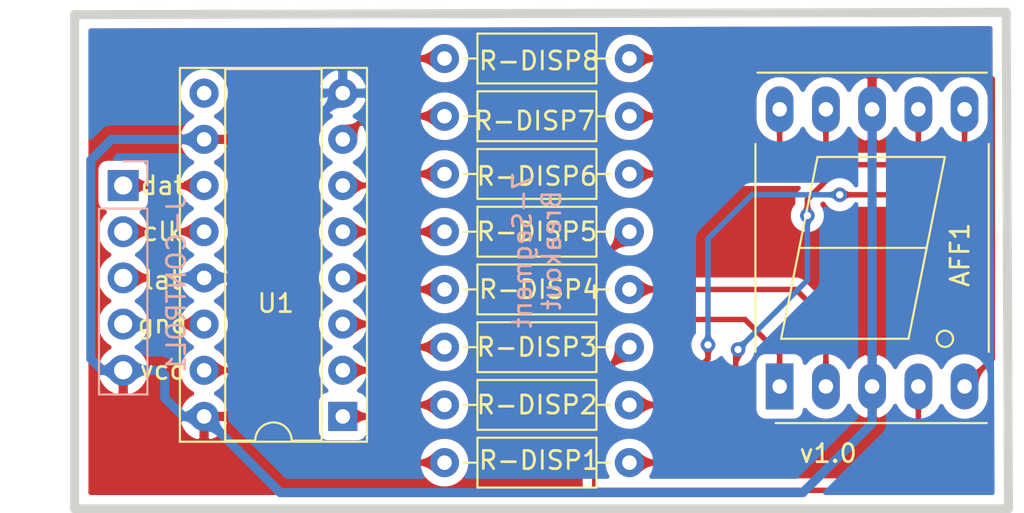
<source format=kicad_pcb>
(kicad_pcb (version 20171130) (host pcbnew 5.1.10)
  (title_block (title "Display 7 Segment") (date 2022-02-25) (rev 1.0) (company Achmaday) (comment 1 "by Achmadi"))
  (layers (0 F.Cu signal) (31 B.Cu signal) (34 B.Paste user) (35 F.Paste user) (36 B.SilkS user) (37 F.SilkS user) (38 B.Mask user) (39 F.Mask user) (44 Edge.Cuts user))
  (net 0 "")
  (net 1 /DATA)
  (net 2 /CLOCK)
  (net 3 /LATCH)
  (net 4 GND)
  (net 5 VCC)
  (net 6 /sgA)
  (net 7 /sgB)
  (net 8 /sgC)
  (net 9 /sgD)
  (net 10 /sgE)
  (net 11 /sgF)
  (net 12 /sgG)
  (net 13 /sgH)
  (net 14 "Net-(U1-Pad9)")
  (net 15 "Net-(AFF1-Pad10)")
  (net 16 "Net-(AFF1-Pad9)")
  (net 17 "Net-(AFF1-Pad7)")
  (net 18 "Net-(AFF1-Pad6)")
  (net 19 "Net-(AFF1-Pad5)")
  (net 20 "Net-(AFF1-Pad4)")
  (net 21 "Net-(AFF1-Pad2)")
  (net 22 "Net-(AFF1-Pad1)")
  (module Connector_PinHeader_2.54mm:PinHeader_1x05_P2.54mm_Vertical (layer B.Cu) (at 75.819 39.624 180)
    (fp_text reference J-CONTROL1 (at -2.921 -5.461 90) (layer B.SilkS) (effects (justify mirror)))
    (fp_text value Conn_01x05_Male)
    (pad 1 thru_hole rect (at 0 0 180) (size 1.7 1.7) (drill 1) (layers *.Cu *.Mask) (net 1 /DATA))
    (pad 2 thru_hole oval (at 0 -2.54 180) (size 1.7 1.7) (drill 1) (layers *.Cu *.Mask) (net 2 /CLOCK))
    (pad 3 thru_hole oval (at 0 -5.08 180) (size 1.7 1.7) (drill 1) (layers *.Cu *.Mask) (net 3 /LATCH))
    (pad 4 thru_hole oval (at 0 -7.62 180) (size 1.7 1.7) (drill 1) (layers *.Cu *.Mask) (net 4 GND))
    (pad 5 thru_hole oval (at 0 -10.16 180) (size 1.7 1.7) (drill 1) (layers *.Cu *.Mask) (net 5 VCC))
  )
  (module Resistor_THT:R_Axial_DIN0207_L6.3mm_D2.5mm_P10.16mm_Horizontal (layer F.Cu) (at 103.632 54.864 180)
    (fp_text reference R-DISP1 (at 4.953 0.127) (layer F.SilkS))
    (fp_text value 220)
    (pad 1 thru_hole circle (at 0 0 180) (size 1.6 1.6) (drill 0.8) (layers *.Cu *.Mask) (net 17 "Net-(AFF1-Pad7)"))
    (pad 2 thru_hole oval (at 10.16 0 180) (size 1.6 1.6) (drill 0.8) (layers *.Cu *.Mask) (net 6 /sgA))
  )
  (module Resistor_THT:R_Axial_DIN0207_L6.3mm_D2.5mm_P10.16mm_Horizontal (layer F.Cu) (at 103.632 51.689 180)
    (fp_text reference R-DISP2 (at 5.08 0) (layer F.SilkS))
    (fp_text value 220)
    (pad 2 thru_hole oval (at 10.16 0 180) (size 1.6 1.6) (drill 0.8) (layers *.Cu *.Mask) (net 7 /sgB))
    (pad 1 thru_hole circle (at 0 0 180) (size 1.6 1.6) (drill 0.8) (layers *.Cu *.Mask) (net 18 "Net-(AFF1-Pad6)"))
  )
  (module Resistor_THT:R_Axial_DIN0207_L6.3mm_D2.5mm_P10.16mm_Horizontal (layer F.Cu) (at 103.632 48.514 180)
    (fp_text reference R-DISP3 (at 5.08 0) (layer F.SilkS))
    (fp_text value 220)
    (pad 1 thru_hole circle (at 0 0 180) (size 1.6 1.6) (drill 0.8) (layers *.Cu *.Mask) (net 20 "Net-(AFF1-Pad4)"))
    (pad 2 thru_hole oval (at 10.16 0 180) (size 1.6 1.6) (drill 0.8) (layers *.Cu *.Mask) (net 8 /sgC))
  )
  (module Resistor_THT:R_Axial_DIN0207_L6.3mm_D2.5mm_P10.16mm_Horizontal (layer F.Cu) (at 103.632 45.339 180)
    (fp_text reference R-DISP4 (at 4.953 0) (layer F.SilkS))
    (fp_text value 220)
    (pad 2 thru_hole oval (at 10.16 0 180) (size 1.6 1.6) (drill 0.8) (layers *.Cu *.Mask) (net 9 /sgD))
    (pad 1 thru_hole circle (at 0 0 180) (size 1.6 1.6) (drill 0.8) (layers *.Cu *.Mask) (net 21 "Net-(AFF1-Pad2)"))
  )
  (module Resistor_THT:R_Axial_DIN0207_L6.3mm_D2.5mm_P10.16mm_Horizontal (layer F.Cu) (at 103.632 42.164 180)
    (fp_text reference R-DISP5 (at 5.08 0) (layer F.SilkS))
    (fp_text value 220)
    (pad 1 thru_hole circle (at 0 0 180) (size 1.6 1.6) (drill 0.8) (layers *.Cu *.Mask) (net 22 "Net-(AFF1-Pad1)"))
    (pad 2 thru_hole oval (at 10.16 0 180) (size 1.6 1.6) (drill 0.8) (layers *.Cu *.Mask) (net 10 /sgE))
  )
  (module Resistor_THT:R_Axial_DIN0207_L6.3mm_D2.5mm_P10.16mm_Horizontal (layer F.Cu) (at 103.632 38.989 180)
    (fp_text reference R-DISP6 (at 5.08 -0.127) (layer F.SilkS))
    (fp_text value 220)
    (pad 2 thru_hole oval (at 10.16 0 180) (size 1.6 1.6) (drill 0.8) (layers *.Cu *.Mask) (net 11 /sgF))
    (pad 1 thru_hole circle (at 0 0 180) (size 1.6 1.6) (drill 0.8) (layers *.Cu *.Mask) (net 16 "Net-(AFF1-Pad9)"))
  )
  (module Resistor_THT:R_Axial_DIN0207_L6.3mm_D2.5mm_P10.16mm_Horizontal (layer F.Cu) (at 103.632 35.814 180)
    (fp_text reference R-DISP7 (at 5.207 -0.254) (layer F.SilkS))
    (fp_text value 220)
    (pad 1 thru_hole circle (at 0 0 180) (size 1.6 1.6) (drill 0.8) (layers *.Cu *.Mask) (net 15 "Net-(AFF1-Pad10)"))
    (pad 2 thru_hole oval (at 10.16 0 180) (size 1.6 1.6) (drill 0.8) (layers *.Cu *.Mask) (net 12 /sgG))
  )
  (module Resistor_THT:R_Axial_DIN0207_L6.3mm_D2.5mm_P10.16mm_Horizontal (layer F.Cu) (at 103.632 32.639 180)
    (fp_text reference R-DISP8 (at 4.953 -0.127) (layer F.SilkS))
    (fp_text value 220)
    (pad 2 thru_hole oval (at 10.16 0 180) (size 1.6 1.6) (drill 0.8) (layers *.Cu *.Mask) (net 13 /sgH))
    (pad 1 thru_hole circle (at 0 0 180) (size 1.6 1.6) (drill 0.8) (layers *.Cu *.Mask) (net 19 "Net-(AFF1-Pad5)"))
  )
  (module Package_DIP:DIP-16_W7.62mm_Socket (layer F.Cu) (at 87.884 52.324 180)
    (fp_text reference U1 (at 3.683 6.223) (layer F.SilkS))
    (fp_text value 74HC595)
    (pad 1 thru_hole rect (at 0 0 180) (size 1.6 1.6) (drill 0.8) (layers *.Cu *.Mask) (net 7 /sgB))
    (pad 9 thru_hole oval (at 7.62 17.78 180) (size 1.6 1.6) (drill 0.8) (layers *.Cu *.Mask) (net 14 "Net-(U1-Pad9)"))
    (pad 2 thru_hole oval (at 0 2.54 180) (size 1.6 1.6) (drill 0.8) (layers *.Cu *.Mask) (net 8 /sgC))
    (pad 10 thru_hole oval (at 7.62 15.24 180) (size 1.6 1.6) (drill 0.8) (layers *.Cu *.Mask) (net 5 VCC))
    (pad 3 thru_hole oval (at 0 5.08 180) (size 1.6 1.6) (drill 0.8) (layers *.Cu *.Mask) (net 9 /sgD))
    (pad 11 thru_hole oval (at 7.62 12.7 180) (size 1.6 1.6) (drill 0.8) (layers *.Cu *.Mask) (net 1 /DATA))
    (pad 4 thru_hole oval (at 0 7.62 180) (size 1.6 1.6) (drill 0.8) (layers *.Cu *.Mask) (net 10 /sgE))
    (pad 12 thru_hole oval (at 7.62 10.16 180) (size 1.6 1.6) (drill 0.8) (layers *.Cu *.Mask) (net 2 /CLOCK))
    (pad 5 thru_hole oval (at 0 10.16 180) (size 1.6 1.6) (drill 0.8) (layers *.Cu *.Mask) (net 11 /sgF))
    (pad 13 thru_hole oval (at 7.62 7.62 180) (size 1.6 1.6) (drill 0.8) (layers *.Cu *.Mask) (net 4 GND))
    (pad 6 thru_hole oval (at 0 12.7 180) (size 1.6 1.6) (drill 0.8) (layers *.Cu *.Mask) (net 12 /sgG))
    (pad 14 thru_hole oval (at 7.62 5.08 180) (size 1.6 1.6) (drill 0.8) (layers *.Cu *.Mask) (net 3 /LATCH))
    (pad 7 thru_hole oval (at 0 15.24 180) (size 1.6 1.6) (drill 0.8) (layers *.Cu *.Mask) (net 13 /sgH))
    (pad 15 thru_hole oval (at 7.62 2.54 180) (size 1.6 1.6) (drill 0.8) (layers *.Cu *.Mask) (net 6 /sgA))
    (pad 8 thru_hole oval (at 0 17.78 180) (size 1.6 1.6) (drill 0.8) (layers *.Cu *.Mask) (net 4 GND))
    (pad 16 thru_hole oval (at 7.62 0 180) (size 1.6 1.6) (drill 0.8) (layers *.Cu *.Mask) (net 5 VCC))
  )
  (module Display_7Segment:7SegmentLED_LTS6760_LTS6780 (layer F.Cu) (at 111.887 50.673 90)
    (fp_text reference AFF1 (at 7.239 9.906 90) (layer F.SilkS))
    (fp_text value LTS-6960HR)
    (pad 10 thru_hole oval (at 15.24 0) (size 1.524 2.524) (drill 0.8) (layers *.Cu *.Mask) (net 15 "Net-(AFF1-Pad10)"))
    (pad 9 thru_hole oval (at 15.24 2.54) (size 1.524 2.524) (drill 0.8) (layers *.Cu *.Mask) (net 16 "Net-(AFF1-Pad9)"))
    (pad 8 thru_hole oval (at 15.24 5.08) (size 1.524 2.524) (drill 0.8) (layers *.Cu *.Mask) (net 5 VCC))
    (pad 7 thru_hole oval (at 15.24 7.62) (size 1.524 2.524) (drill 0.8) (layers *.Cu *.Mask) (net 17 "Net-(AFF1-Pad7)"))
    (pad 6 thru_hole oval (at 15.24 10.16) (size 1.524 2.524) (drill 0.8) (layers *.Cu *.Mask) (net 18 "Net-(AFF1-Pad6)"))
    (pad 5 thru_hole oval (at 0 10.16) (size 1.524 2.524) (drill 0.8) (layers *.Cu *.Mask) (net 19 "Net-(AFF1-Pad5)"))
    (pad 4 thru_hole oval (at 0 7.62) (size 1.524 2.524) (drill 0.8) (layers *.Cu *.Mask) (net 20 "Net-(AFF1-Pad4)"))
    (pad 3 thru_hole oval (at 0 5.08) (size 1.524 2.524) (drill 0.8) (layers *.Cu *.Mask) (net 5 VCC))
    (pad 2 thru_hole oval (at 0 2.54) (size 1.524 2.524) (drill 0.8) (layers *.Cu *.Mask) (net 21 "Net-(AFF1-Pad2)"))
    (pad 1 thru_hole rect (at 0 0) (size 1.524 2.524) (drill 0.8) (layers *.Cu *.Mask) (net 22 "Net-(AFF1-Pad1)"))
  )
  (gr_text dat (at 77.978 39.624) (layer F.SilkS) (effects (font (size 1 1))))
  (gr_text clk (at 77.978 42.164) (layer F.SilkS) (effects (font (size 1 1))))
  (gr_text lat (at 77.978 44.831) (layer F.SilkS) (effects (font (size 1 1))))
  (gr_text gnd (at 77.978 47.244) (layer F.SilkS) (effects (font (size 1 1))))
  (gr_text vcc (at 77.978 49.784) (layer F.SilkS) (effects (font (size 1 1))))
  (gr_text v1.0 (at 114.554 54.356) (layer F.SilkS) (effects (font (size 1 1))))
  (gr_text "7-Segment\nBreakout" (at 98.552 43.18 90) (layer B.SilkS) (effects (font (size 1 1)) (justify mirror)))
  (gr_line (start 73.152 57.404) (end 73.152 30.226) (layer Edge.Cuts) (width 0.5))
  (gr_line (start 124.46 57.404) (end 73.152 57.404) (layer Edge.Cuts) (width 0.5))
  (gr_line (start 124.333 30.099) (end 124.46 57.404) (layer Edge.Cuts) (width 0.5))
  (gr_line (start 73.152 30.226) (end 124.333 30.099) (layer Edge.Cuts) (width 0.5))
  (segment (start 75.819 39.624) (end 80.264 39.624) (width 0.3) (layer F.Cu) (net 1))
  (segment (start 75.819 42.164) (end 80.264 42.164) (width 0.3) (layer F.Cu) (net 2))
  (segment (start 75.819 44.704) (end 77.724 44.704) (width 0.3) (layer F.Cu) (net 3))
  (segment (start 77.724 44.704) (end 78.486 45.466) (width 0.3) (layer F.Cu) (net 3))
  (segment (start 78.486 45.466) (end 78.486 46.99) (width 0.3) (layer F.Cu) (net 3))
  (segment (start 78.74 47.244) (end 80.264 47.244) (width 0.3) (layer F.Cu) (net 3))
  (segment (start 78.486 46.99) (end 78.74 47.244) (width 0.3) (layer F.Cu) (net 3))
  (segment (start 75.819 47.244) (end 77.216 47.244) (width 0.5) (layer B.Cu) (net 4))
  (segment (start 77.216 47.244) (end 78.613 45.847) (width 0.5) (layer B.Cu) (net 4))
  (segment (start 78.613 45.847) (end 78.613 44.958) (width 0.5) (layer B.Cu) (net 4))
  (segment (start 78.867 44.704) (end 80.264 44.704) (width 0.5) (layer B.Cu) (net 4))
  (segment (start 78.613 44.958) (end 78.867 44.704) (width 0.5) (layer B.Cu) (net 4))
  (segment (start 80.264 44.704) (end 83.566 44.704) (width 0.5) (layer B.Cu) (net 4))
  (segment (start 83.566 44.704) (end 85.598 42.672) (width 0.5) (layer B.Cu) (net 4))
  (segment (start 85.598 42.672) (end 85.598 36.83) (width 0.5) (layer B.Cu) (net 4))
  (segment (start 85.598 36.83) (end 87.884 34.544) (width 0.5) (layer B.Cu) (net 4))
  (segment (start 75.819 49.784) (end 77.851 49.784) (width 0.5) (layer B.Cu) (net 5))
  (segment (start 77.851 49.784) (end 78.105 50.038) (width 0.5) (layer B.Cu) (net 5))
  (segment (start 78.105 50.038) (end 78.105 51.308) (width 0.5) (layer B.Cu) (net 5))
  (segment (start 79.121 52.324) (end 80.264 52.324) (width 0.5) (layer B.Cu) (net 5))
  (segment (start 78.105 51.308) (end 79.121 52.324) (width 0.5) (layer B.Cu) (net 5))
  (segment (start 75.819 49.784) (end 74.676 49.784) (width 0.5) (layer B.Cu) (net 5))
  (segment (start 74.676 49.784) (end 74.041 49.149) (width 0.5) (layer B.Cu) (net 5))
  (segment (start 74.041 49.149) (end 74.041 38.227) (width 0.5) (layer B.Cu) (net 5))
  (segment (start 74.041 38.227) (end 75.184 37.084) (width 0.5) (layer B.Cu) (net 5))
  (segment (start 75.184 37.084) (end 80.264 37.084) (width 0.5) (layer B.Cu) (net 5))
  (segment (start 80.264 52.324) (end 84.455 56.515) (width 0.5) (layer B.Cu) (net 5))
  (segment (start 84.455 56.515) (end 113.157 56.515) (width 0.5) (layer B.Cu) (net 5))
  (segment (start 116.967 52.705) (end 116.967 50.673) (width 0.5) (layer B.Cu) (net 5))
  (segment (start 113.157 56.515) (end 116.967 52.705) (width 0.5) (layer B.Cu) (net 5))
  (segment (start 116.967 35.433) (end 116.967 50.673) (width 0.5) (layer B.Cu) (net 5))
  (segment (start 80.264 49.784) (end 81.661 49.784) (width 0.3) (layer F.Cu) (net 6))
  (segment (start 86.741 54.864) (end 93.472 54.864) (width 0.3) (layer F.Cu) (net 6))
  (segment (start 81.661 49.784) (end 86.741 54.864) (width 0.3) (layer F.Cu) (net 6))
  (segment (start 87.884 52.324) (end 90.805 52.324) (width 0.3) (layer F.Cu) (net 7))
  (segment (start 91.44 51.689) (end 93.472 51.689) (width 0.3) (layer F.Cu) (net 7))
  (segment (start 90.805 52.324) (end 91.44 51.689) (width 0.3) (layer F.Cu) (net 7))
  (segment (start 87.884 49.784) (end 90.043 49.784) (width 0.3) (layer F.Cu) (net 8))
  (segment (start 91.313 48.514) (end 93.472 48.514) (width 0.3) (layer F.Cu) (net 8))
  (segment (start 90.043 49.784) (end 91.313 48.514) (width 0.3) (layer F.Cu) (net 8))
  (segment (start 87.884 47.244) (end 89.916 47.244) (width 0.3) (layer F.Cu) (net 9))
  (segment (start 89.916 47.244) (end 91.059 46.101) (width 0.3) (layer F.Cu) (net 9))
  (segment (start 91.059 46.101) (end 91.059 45.593) (width 0.3) (layer F.Cu) (net 9))
  (segment (start 91.313 45.339) (end 93.472 45.339) (width 0.3) (layer F.Cu) (net 9))
  (segment (start 91.059 45.593) (end 91.313 45.339) (width 0.3) (layer F.Cu) (net 9))
  (segment (start 91.821 42.164) (end 93.472 42.164) (width 0.3) (layer F.Cu) (net 10))
  (segment (start 91.186 42.799) (end 91.821 42.164) (width 0.3) (layer F.Cu) (net 10))
  (segment (start 91.186 43.434) (end 91.186 42.799) (width 0.3) (layer F.Cu) (net 10))
  (segment (start 89.916 44.704) (end 91.186 43.434) (width 0.3) (layer F.Cu) (net 10))
  (segment (start 87.884 44.704) (end 89.916 44.704) (width 0.3) (layer F.Cu) (net 10))
  (segment (start 91.821 38.989) (end 93.472 38.989) (width 0.3) (layer F.Cu) (net 11))
  (segment (start 91.186 39.624) (end 91.821 38.989) (width 0.3) (layer F.Cu) (net 11))
  (segment (start 91.186 40.513) (end 91.186 39.624) (width 0.3) (layer F.Cu) (net 11))
  (segment (start 89.535 42.164) (end 91.186 40.513) (width 0.3) (layer F.Cu) (net 11))
  (segment (start 87.884 42.164) (end 89.535 42.164) (width 0.3) (layer F.Cu) (net 11))
  (segment (start 91.313 35.814) (end 93.472 35.814) (width 0.3) (layer F.Cu) (net 12))
  (segment (start 90.932 36.195) (end 91.313 35.814) (width 0.3) (layer F.Cu) (net 12))
  (segment (start 90.932 37.846) (end 90.932 36.195) (width 0.3) (layer F.Cu) (net 12))
  (segment (start 89.154 39.624) (end 90.932 37.846) (width 0.3) (layer F.Cu) (net 12))
  (segment (start 87.884 39.624) (end 89.154 39.624) (width 0.3) (layer F.Cu) (net 12))
  (segment (start 87.884 37.084) (end 88.773 36.195) (width 0.3) (layer F.Cu) (net 13))
  (segment (start 88.773 36.195) (end 89.535 36.195) (width 0.3) (layer F.Cu) (net 13))
  (segment (start 89.535 36.195) (end 90.424 35.306) (width 0.3) (layer F.Cu) (net 13))
  (segment (start 90.424 35.306) (end 90.424 33.401) (width 0.3) (layer F.Cu) (net 13))
  (segment (start 91.186 32.639) (end 93.472 32.639) (width 0.3) (layer F.Cu) (net 13))
  (segment (start 90.424 33.401) (end 91.186 32.639) (width 0.3) (layer F.Cu) (net 13))
  (segment (start 110.49 38.1) (end 111.887 38.1) (width 0.3) (layer F.Cu) (net 15))
  (segment (start 108.204 35.814) (end 110.49 38.1) (width 0.3) (layer F.Cu) (net 15))
  (segment (start 111.887 38.1) (end 111.887 35.433) (width 0.3) (layer F.Cu) (net 15))
  (segment (start 103.632 35.814) (end 108.204 35.814) (width 0.3) (layer F.Cu) (net 15))
  (segment (start 103.632 38.989) (end 112.776 38.989) (width 0.3) (layer F.Cu) (net 16))
  (segment (start 112.776 38.989) (end 113.665 38.1) (width 0.3) (layer F.Cu) (net 16))
  (segment (start 113.665 38.1) (end 114.173 38.1) (width 0.3) (layer F.Cu) (net 16))
  (segment (start 114.427 37.846) (end 114.427 35.433) (width 0.3) (layer F.Cu) (net 16))
  (segment (start 114.173 38.1) (end 114.427 37.846) (width 0.3) (layer F.Cu) (net 16))
  (segment (start 103.632 54.864) (end 105.918 54.864) (width 0.3) (layer F.Cu) (net 17))
  (segment (start 105.918 54.864) (end 109.474 51.308) (width 0.3) (layer F.Cu) (net 17))
  (via (at 109.601 48.641) (size 0.8) (drill 0.4) (layers F.Cu B.Cu) (net 17))
  (segment (start 109.474 48.768) (end 109.601 48.641) (width 0.3) (layer F.Cu) (net 17))
  (segment (start 109.474 51.308) (end 109.474 48.768) (width 0.3) (layer F.Cu) (net 17))
  (via (at 113.411 41.275) (size 0.8) (drill 0.4) (layers F.Cu B.Cu) (net 17))
  (segment (start 113.411 44.831) (end 113.411 41.275) (width 0.3) (layer B.Cu) (net 17))
  (segment (start 109.601 48.641) (end 113.411 44.831) (width 0.3) (layer B.Cu) (net 17))
  (segment (start 113.411 41.275) (end 113.411 40.386) (width 0.3) (layer F.Cu) (net 17))
  (segment (start 113.411 40.386) (end 115.316 38.481) (width 0.3) (layer F.Cu) (net 17))
  (segment (start 115.316 38.481) (end 118.999 38.481) (width 0.3) (layer F.Cu) (net 17))
  (segment (start 119.507 37.973) (end 119.507 35.433) (width 0.3) (layer F.Cu) (net 17))
  (segment (start 118.999 38.481) (end 119.507 37.973) (width 0.3) (layer F.Cu) (net 17))
  (segment (start 103.632 51.689) (end 105.41 51.689) (width 0.3) (layer F.Cu) (net 18))
  (via (at 107.95 48.387) (size 0.8) (drill 0.4) (layers F.Cu B.Cu) (net 18))
  (segment (start 107.95 49.149) (end 107.95 48.387) (width 0.3) (layer F.Cu) (net 18))
  (segment (start 105.41 51.689) (end 107.95 49.149) (width 0.3) (layer F.Cu) (net 18))
  (segment (start 107.95 48.387) (end 107.95 43.815) (width 0.3) (layer B.Cu) (net 18))
  (segment (start 107.95 43.815) (end 107.95 42.545) (width 0.3) (layer B.Cu) (net 18))
  (via (at 115.189 40.132) (size 0.8) (drill 0.4) (layers F.Cu B.Cu) (net 18))
  (segment (start 110.363 40.132) (end 115.189 40.132) (width 0.3) (layer B.Cu) (net 18))
  (segment (start 107.95 42.545) (end 110.363 40.132) (width 0.3) (layer B.Cu) (net 18))
  (segment (start 115.189 40.132) (end 120.269 40.132) (width 0.3) (layer F.Cu) (net 18))
  (segment (start 122.047 38.354) (end 122.047 35.433) (width 0.3) (layer F.Cu) (net 18))
  (segment (start 120.269 40.132) (end 122.047 38.354) (width 0.3) (layer F.Cu) (net 18))
  (segment (start 103.632 32.639) (end 122.428 32.639) (width 0.3) (layer F.Cu) (net 19))
  (segment (start 122.428 32.639) (end 123.571 33.782) (width 0.3) (layer F.Cu) (net 19))
  (segment (start 123.571 49.149) (end 122.047 50.673) (width 0.3) (layer F.Cu) (net 19))
  (segment (start 123.571 33.782) (end 123.571 49.149) (width 0.3) (layer F.Cu) (net 19))
  (segment (start 119.507 55.118) (end 119.507 50.673) (width 0.3) (layer F.Cu) (net 20))
  (segment (start 118.237 56.388) (end 119.507 55.118) (width 0.3) (layer F.Cu) (net 20))
  (segment (start 101.727 56.388) (end 118.237 56.388) (width 0.3) (layer F.Cu) (net 20))
  (segment (start 101.727 50.419) (end 101.727 56.388) (width 0.3) (layer F.Cu) (net 20))
  (segment (start 103.632 48.514) (end 101.727 50.419) (width 0.3) (layer F.Cu) (net 20))
  (segment (start 103.632 45.339) (end 112.776 45.339) (width 0.3) (layer F.Cu) (net 21))
  (segment (start 114.427 46.99) (end 114.427 50.673) (width 0.3) (layer F.Cu) (net 21))
  (segment (start 112.776 45.339) (end 114.427 46.99) (width 0.3) (layer F.Cu) (net 21))
  (segment (start 103.632 42.164) (end 101.6 44.196) (width 0.3) (layer F.Cu) (net 22))
  (segment (start 101.6 44.196) (end 101.6 46.355) (width 0.3) (layer F.Cu) (net 22))
  (segment (start 101.6 46.355) (end 102.235 46.99) (width 0.3) (layer F.Cu) (net 22))
  (segment (start 102.235 46.99) (end 109.982 46.99) (width 0.3) (layer F.Cu) (net 22))
  (segment (start 111.887 48.895) (end 111.887 50.673) (width 0.3) (layer F.Cu) (net 22))
  (segment (start 109.982 46.99) (end 111.887 48.895) (width 0.3) (layer F.Cu) (net 22))
  (zone (net 1) (net_name /DATA) (layer F.Cu) (priority 16962) (connect_pads yes (clearance 0.2)) (min_thickness 0.0254) (fill yes (arc_segments 32) (thermal_gap 0.508) (thermal_bridge_width 0.508))
    (polygon (pts (xy 77.50894 39.474) (xy 77.381699 39.46955) (xy 77.258669 39.4562) (xy 77.139849 39.43395) (xy 77.025241 39.4028) (xy 76.914844 39.36275) (xy 76.808657 39.3138) (xy 76.706682 39.25595) (xy 76.608917 39.1892) (xy 76.515363 39.11355) (xy 76.426021 39.029) (xy 75.394 39.624) (xy 76.426021 40.219) (xy 76.515363 40.134449) (xy 76.608917 40.058799) (xy 76.706682 39.992049) (xy 76.808657 39.934199) (xy 76.914844 39.885249) (xy 77.025241 39.845199) (xy 77.139849 39.814049) (xy 77.258669 39.791799) (xy 77.381699 39.778449) (xy 77.50894 39.774)))
  )
  (zone (net 1) (net_name /DATA) (layer F.Cu) (priority 16962) (connect_pads yes (clearance 0.2)) (min_thickness 0.0254) (fill yes (arc_segments 32) (thermal_gap 0.508) (thermal_bridge_width 0.508))
    (polygon (pts (xy 78.69477 39.774) (xy 78.812035 39.7781) (xy 78.925418 39.7904) (xy 79.034917 39.8109) (xy 79.140533 39.8396) (xy 79.242267 39.8765) (xy 79.340117 39.9216) (xy 79.434083 39.9749) (xy 79.524167 40.0364) (xy 79.610368 40.1061) (xy 79.692686 40.184) (xy 80.664 39.624) (xy 79.692686 39.064) (xy 79.610368 39.1419) (xy 79.524167 39.2116) (xy 79.434083 39.2731) (xy 79.340117 39.3264) (xy 79.242267 39.3715) (xy 79.140533 39.4084) (xy 79.034917 39.4371) (xy 78.925418 39.4576) (xy 78.812035 39.4699) (xy 78.69477 39.474)))
  )
  (zone (net 2) (net_name /CLOCK) (layer F.Cu) (priority 16962) (connect_pads yes (clearance 0.2)) (min_thickness 0.0254) (fill yes (arc_segments 32) (thermal_gap 0.508) (thermal_bridge_width 0.508))
    (polygon (pts (xy 77.50894 42.014) (xy 77.381699 42.00955) (xy 77.258669 41.9962) (xy 77.139849 41.97395) (xy 77.025241 41.9428) (xy 76.914844 41.90275) (xy 76.808657 41.8538) (xy 76.706682 41.79595) (xy 76.608917 41.7292) (xy 76.515363 41.65355) (xy 76.426021 41.569) (xy 75.394 42.164) (xy 76.426021 42.759) (xy 76.515363 42.674449) (xy 76.608917 42.598799) (xy 76.706682 42.532049) (xy 76.808657 42.474199) (xy 76.914844 42.425249) (xy 77.025241 42.385199) (xy 77.139849 42.354049) (xy 77.258669 42.331799) (xy 77.381699 42.318449) (xy 77.50894 42.314)))
  )
  (zone (net 2) (net_name /CLOCK) (layer F.Cu) (priority 16962) (connect_pads yes (clearance 0.2)) (min_thickness 0.0254) (fill yes (arc_segments 32) (thermal_gap 0.508) (thermal_bridge_width 0.508))
    (polygon (pts (xy 78.69477 42.314) (xy 78.812035 42.3181) (xy 78.925418 42.3304) (xy 79.034917 42.3509) (xy 79.140533 42.3796) (xy 79.242267 42.4165) (xy 79.340117 42.4616) (xy 79.434083 42.5149) (xy 79.524167 42.5764) (xy 79.610368 42.6461) (xy 79.692686 42.724) (xy 80.664 42.164) (xy 79.692686 41.604) (xy 79.610368 41.6819) (xy 79.524167 41.7516) (xy 79.434083 41.8131) (xy 79.340117 41.8664) (xy 79.242267 41.9115) (xy 79.140533 41.9484) (xy 79.034917 41.9771) (xy 78.925418 41.9976) (xy 78.812035 42.0099) (xy 78.69477 42.014)))
  )
  (zone (net 3) (net_name /LATCH) (layer F.Cu) (priority 16962) (connect_pads yes (clearance 0.2)) (min_thickness 0.0254) (fill yes (arc_segments 32) (thermal_gap 0.508) (thermal_bridge_width 0.508))
    (polygon (pts (xy 77.50894 44.554) (xy 77.381699 44.54955) (xy 77.258669 44.5362) (xy 77.139849 44.51395) (xy 77.025241 44.4828) (xy 76.914844 44.44275) (xy 76.808657 44.3938) (xy 76.706682 44.33595) (xy 76.608917 44.2692) (xy 76.515363 44.19355) (xy 76.426021 44.109) (xy 75.394 44.704) (xy 76.426021 45.299) (xy 76.515363 45.214449) (xy 76.608917 45.138799) (xy 76.706682 45.072049) (xy 76.808657 45.014199) (xy 76.914844 44.965249) (xy 77.025241 44.925199) (xy 77.139849 44.894049) (xy 77.258669 44.871799) (xy 77.381699 44.858449) (xy 77.50894 44.854)))
  )
  (zone (net 3) (net_name /LATCH) (layer F.Cu) (priority 16962) (connect_pads yes (clearance 0.2)) (min_thickness 0.0254) (fill yes (arc_segments 32) (thermal_gap 0.508) (thermal_bridge_width 0.508))
    (polygon (pts (xy 78.74 47.394) (xy 78.848671 47.3981) (xy 78.954365 47.4104) (xy 79.05708 47.4309) (xy 79.156816 47.4596) (xy 79.253574 47.4965) (xy 79.347353 47.5416) (xy 79.438154 47.5949) (xy 79.525976 47.6564) (xy 79.61082 47.7261) (xy 79.692686 47.804) (xy 80.664 47.244) (xy 79.692686 46.684) (xy 79.61082 46.7619) (xy 79.525976 46.8316) (xy 79.438154 46.8931) (xy 79.347353 46.9464) (xy 79.253574 46.9915) (xy 79.156816 47.0284) (xy 79.05708 47.0571) (xy 78.954365 47.0776) (xy 78.848671 47.0899) (xy 78.74 47.094)))
  )
  (zone (net 4) (net_name GND) (layer B.Cu) (priority 16962) (connect_pads yes (clearance 0.3)) (min_thickness 0.0254) (fill yes (arc_segments 32) (thermal_gap 0.508) (thermal_bridge_width 0.508))
    (polygon (pts (xy 77.216 46.994) (xy 77.126774 46.99055) (xy 77.039821 46.9802) (xy 76.955141 46.96295) (xy 76.872734 46.9388) (xy 76.792599 46.90775) (xy 76.714738 46.8698) (xy 76.639149 46.82495) (xy 76.565833 46.7732) (xy 76.494791 46.71455) (xy 76.426021 46.649) (xy 75.394 47.244) (xy 76.426021 47.839) (xy 76.494791 47.77345) (xy 76.565833 47.7148) (xy 76.639149 47.66305) (xy 76.714738 47.6182) (xy 76.792599 47.58025) (xy 76.872734 47.5492) (xy 76.955141 47.52505) (xy 77.039821 47.5078) (xy 77.126774 47.49745) (xy 77.216 47.494)))
  )
  (zone (net 4) (net_name GND) (layer B.Cu) (priority 16962) (connect_pads yes (clearance 0.3)) (min_thickness 0.0254) (fill yes (arc_segments 32) (thermal_gap 0.508) (thermal_bridge_width 0.508))
    (polygon (pts (xy 78.936191 44.954) (xy 79.02523 44.957099) (xy 79.111293 44.966399) (xy 79.194381 44.981899) (xy 79.274494 45.003599) (xy 79.351631 45.031499) (xy 79.425793 45.065599) (xy 79.496979 45.105899) (xy 79.56519 45.152399) (xy 79.630426 45.205099) (xy 79.692686 45.264) (xy 80.664 44.704) (xy 79.692686 44.144) (xy 79.630426 44.2029) (xy 79.56519 44.2556) (xy 79.496979 44.3021) (xy 79.425793 44.3424) (xy 79.351631 44.3765) (xy 79.274494 44.4044) (xy 79.194381 44.4261) (xy 79.111293 44.4416) (xy 79.02523 44.4509) (xy 78.936191 44.454)))
  )
  (zone (net 4) (net_name GND) (layer B.Cu) (priority 16962) (connect_pads yes (clearance 0.3)) (min_thickness 0.0254) (fill yes (arc_segments 32) (thermal_gap 0.508) (thermal_bridge_width 0.508))
    (polygon (pts (xy 81.591809 44.454) (xy 81.502769 44.4509) (xy 81.416706 44.4416) (xy 81.333618 44.4261) (xy 81.253505 44.4044) (xy 81.176368 44.3765) (xy 81.102206 44.3424) (xy 81.03102 44.3021) (xy 80.962809 44.2556) (xy 80.897573 44.2029) (xy 80.835314 44.144) (xy 79.864 44.704) (xy 80.835314 45.264) (xy 80.897573 45.205099) (xy 80.962809 45.152399) (xy 81.03102 45.105899) (xy 81.102206 45.065599) (xy 81.176368 45.031499) (xy 81.253505 45.003599) (xy 81.333618 44.981899) (xy 81.416706 44.966399) (xy 81.502769 44.957099) (xy 81.591809 44.954)))
  )
  (zone (net 4) (net_name GND) (layer B.Cu) (priority 16962) (connect_pads yes (clearance 0.3)) (min_thickness 0.0254) (fill yes (arc_segments 32) (thermal_gap 0.508) (thermal_bridge_width 0.508))
    (polygon (pts (xy 87.121874 35.65968) (xy 87.187026 35.598911) (xy 87.254458 35.544631) (xy 87.32417 35.496839) (xy 87.396163 35.455534) (xy 87.470436 35.420718) (xy 87.546988 35.39239) (xy 87.625821 35.37055) (xy 87.706934 35.355198) (xy 87.790327 35.346334) (xy 87.876 35.343959) (xy 88.166842 34.261158) (xy 87.084041 34.552) (xy 87.081665 34.637672) (xy 87.072801 34.721065) (xy 87.057449 34.802178) (xy 87.035609 34.881011) (xy 87.007281 34.957564) (xy 86.972465 35.031836) (xy 86.93116 35.103829) (xy 86.883368 35.173541) (xy 86.829088 35.240973) (xy 86.76832 35.306126)))
  )
  (zone (net 5) (net_name VCC) (layer B.Cu) (priority 16962) (connect_pads yes (clearance 0.3)) (min_thickness 0.0254) (fill yes (arc_segments 32) (thermal_gap 0.508) (thermal_bridge_width 0.508))
    (polygon (pts (xy 77.26752 49.534) (xy 77.168505 49.53055) (xy 77.072794 49.5202) (xy 76.980386 49.50295) (xy 76.891281 49.4788) (xy 76.805479 49.44775) (xy 76.722981 49.4098) (xy 76.643786 49.36495) (xy 76.567894 49.3132) (xy 76.495306 49.25455) (xy 76.426021 49.189) (xy 75.394 49.784) (xy 76.426021 50.379) (xy 76.495306 50.31345) (xy 76.567894 50.2548) (xy 76.643786 50.20305) (xy 76.722981 50.1582) (xy 76.805479 50.12025) (xy 76.891281 50.0892) (xy 76.980386 50.06505) (xy 77.072794 50.0478) (xy 77.168505 50.03745) (xy 77.26752 50.034)))
  )
  (zone (net 5) (net_name VCC) (layer B.Cu) (priority 16962) (connect_pads yes (clearance 0.3)) (min_thickness 0.0254) (fill yes (arc_segments 32) (thermal_gap 0.508) (thermal_bridge_width 0.508))
    (polygon (pts (xy 79.121 52.574) (xy 79.174925 52.577099) (xy 79.229571 52.586399) (xy 79.284938 52.601899) (xy 79.341025 52.623599) (xy 79.397834 52.651499) (xy 79.455362 52.685599) (xy 79.513612 52.725899) (xy 79.572583 52.772399) (xy 79.632274 52.825099) (xy 79.692686 52.884) (xy 80.664 52.324) (xy 79.692686 51.764) (xy 79.632274 51.8229) (xy 79.572583 51.8756) (xy 79.513612 51.9221) (xy 79.455362 51.9624) (xy 79.397834 51.9965) (xy 79.341025 52.0244) (xy 79.284938 52.0461) (xy 79.229571 52.0616) (xy 79.174925 52.0709) (xy 79.121 52.074)))
  )
  (zone (net 5) (net_name VCC) (layer B.Cu) (priority 16962) (connect_pads yes (clearance 0.3)) (min_thickness 0.0254) (fill yes (arc_segments 32) (thermal_gap 0.508) (thermal_bridge_width 0.508))
    (polygon (pts (xy 74.676 50.034) (xy 74.716965 50.03745) (xy 74.760738 50.0478) (xy 74.807318 50.06505) (xy 74.856705 50.0892) (xy 74.9089 50.12025) (xy 74.963901 50.1582) (xy 75.02171 50.20305) (xy 75.082326 50.2548) (xy 75.145748 50.31345) (xy 75.211979 50.379) (xy 76.244 49.784) (xy 75.211979 49.189) (xy 75.145748 49.25455) (xy 75.082326 49.3132) (xy 75.02171 49.36495) (xy 74.963901 49.4098) (xy 74.9089 49.44775) (xy 74.856705 49.4788) (xy 74.807318 49.50295) (xy 74.760738 49.5202) (xy 74.716965 49.53055) (xy 74.676 49.534)))
  )
  (zone (net 5) (net_name VCC) (layer B.Cu) (priority 16962) (connect_pads yes (clearance 0.3)) (min_thickness 0.0254) (fill yes (arc_segments 32) (thermal_gap 0.508) (thermal_bridge_width 0.508))
    (polygon (pts (xy 78.936191 37.334) (xy 79.02523 37.337099) (xy 79.111293 37.346399) (xy 79.194381 37.361899) (xy 79.274494 37.383599) (xy 79.351631 37.411499) (xy 79.425793 37.445599) (xy 79.496979 37.485899) (xy 79.56519 37.532399) (xy 79.630426 37.585099) (xy 79.692686 37.644) (xy 80.664 37.084) (xy 79.692686 36.524) (xy 79.630426 36.5829) (xy 79.56519 36.6356) (xy 79.496979 36.6821) (xy 79.425793 36.7224) (xy 79.351631 36.7565) (xy 79.274494 36.7844) (xy 79.194381 36.8061) (xy 79.111293 36.8216) (xy 79.02523 36.8309) (xy 78.936191 36.834)))
  )
  (zone (net 5) (net_name VCC) (layer B.Cu) (priority 16962) (connect_pads yes (clearance 0.3)) (min_thickness 0.0254) (fill yes (arc_segments 32) (thermal_gap 0.508) (thermal_bridge_width 0.508))
    (polygon (pts (xy 81.37968 53.086126) (xy 81.318911 53.020973) (xy 81.264631 52.953541) (xy 81.216839 52.883829) (xy 81.175534 52.811836) (xy 81.140718 52.737564) (xy 81.11239 52.661011) (xy 81.09055 52.582178) (xy 81.075198 52.501065) (xy 81.066334 52.417672) (xy 81.063959 52.332) (xy 79.981158 52.041158) (xy 80.272 53.123959) (xy 80.357672 53.126334) (xy 80.441065 53.135198) (xy 80.522178 53.15055) (xy 80.601011 53.17239) (xy 80.677564 53.200718) (xy 80.751836 53.235534) (xy 80.823829 53.276839) (xy 80.893541 53.324631) (xy 80.960973 53.378911) (xy 81.026126 53.43968)))
  )
  (zone (net 5) (net_name VCC) (layer B.Cu) (priority 16962) (connect_pads yes (clearance 0.3)) (min_thickness 0.0254) (fill yes (arc_segments 32) (thermal_gap 0.508) (thermal_bridge_width 0.508))
    (polygon (pts (xy 117.217 51.90907) (xy 117.219834 51.827611) (xy 117.228336 51.74888) (xy 117.242506 51.672875) (xy 117.262344 51.599596) (xy 117.28785 51.529043) (xy 117.319024 51.461217) (xy 117.355866 51.396117) (xy 117.398376 51.333743) (xy 117.446554 51.274096) (xy 117.5004 51.217176) (xy 116.967 50.292) (xy 116.4336 51.217176) (xy 116.487446 51.274096) (xy 116.535624 51.333743) (xy 116.578134 51.396117) (xy 116.614976 51.461217) (xy 116.64615 51.529043) (xy 116.671656 51.599596) (xy 116.691494 51.672875) (xy 116.705664 51.74888) (xy 116.714166 51.827611) (xy 116.717 51.90907)))
  )
  (zone (net 5) (net_name VCC) (layer B.Cu) (priority 16962) (connect_pads yes (clearance 0.3)) (min_thickness 0.0254) (fill yes (arc_segments 32) (thermal_gap 0.508) (thermal_bridge_width 0.508))
    (polygon (pts (xy 117.217 36.66907) (xy 117.219834 36.587611) (xy 117.228336 36.50888) (xy 117.242506 36.432875) (xy 117.262344 36.359596) (xy 117.28785 36.289043) (xy 117.319024 36.221217) (xy 117.355866 36.156117) (xy 117.398376 36.093743) (xy 117.446554 36.034096) (xy 117.5004 35.977176) (xy 116.967 35.052) (xy 116.4336 35.977176) (xy 116.487446 36.034096) (xy 116.535624 36.093743) (xy 116.578134 36.156117) (xy 116.614976 36.221217) (xy 116.64615 36.289043) (xy 116.671656 36.359596) (xy 116.691494 36.432875) (xy 116.705664 36.50888) (xy 116.714166 36.587611) (xy 116.717 36.66907)))
  )
  (zone (net 5) (net_name VCC) (layer B.Cu) (priority 16962) (connect_pads yes (clearance 0.3)) (min_thickness 0.0254) (fill yes (arc_segments 32) (thermal_gap 0.508) (thermal_bridge_width 0.508))
    (polygon (pts (xy 116.717 49.43693) (xy 116.714166 49.518388) (xy 116.705664 49.597119) (xy 116.691494 49.673124) (xy 116.671656 49.746403) (xy 116.64615 49.816956) (xy 116.614976 49.884782) (xy 116.578134 49.949882) (xy 116.535624 50.012256) (xy 116.487446 50.071903) (xy 116.4336 50.128824) (xy 116.967 51.054) (xy 117.5004 50.128824) (xy 117.446554 50.071903) (xy 117.398376 50.012256) (xy 117.355866 49.949882) (xy 117.319024 49.884782) (xy 117.28785 49.816956) (xy 117.262344 49.746403) (xy 117.242506 49.673124) (xy 117.228336 49.597119) (xy 117.219834 49.518388) (xy 117.217 49.43693)))
  )
  (zone (net 6) (net_name /sgA) (layer F.Cu) (priority 16962) (connect_pads yes (clearance 0.2)) (min_thickness 0.0254) (fill yes (arc_segments 32) (thermal_gap 0.508) (thermal_bridge_width 0.508))
    (polygon (pts (xy 81.660999 49.634) (xy 81.576457 49.6299) (xy 81.492354 49.6176) (xy 81.408689 49.5971) (xy 81.325463 49.5684) (xy 81.242675 49.5315) (xy 81.160326 49.4864) (xy 81.078415 49.4331) (xy 80.996943 49.3716) (xy 80.915909 49.3019) (xy 80.835314 49.224) (xy 79.864 49.784) (xy 80.835314 50.344) (xy 80.915909 50.2661) (xy 80.996943 50.1964) (xy 81.078415 50.1349) (xy 81.160326 50.0816) (xy 81.242675 50.0365) (xy 81.325463 49.9996) (xy 81.408689 49.9709) (xy 81.492354 49.9504) (xy 81.576457 49.9381) (xy 81.660999 49.934)))
  )
  (zone (net 6) (net_name /sgA) (layer F.Cu) (priority 16962) (connect_pads yes (clearance 0.2)) (min_thickness 0.0254) (fill yes (arc_segments 32) (thermal_gap 0.508) (thermal_bridge_width 0.508))
    (polygon (pts (xy 91.90277 55.014) (xy 92.020035 55.0181) (xy 92.133418 55.0304) (xy 92.242917 55.0509) (xy 92.348533 55.0796) (xy 92.450267 55.1165) (xy 92.548117 55.1616) (xy 92.642083 55.2149) (xy 92.732167 55.2764) (xy 92.818368 55.3461) (xy 92.900686 55.424) (xy 93.872 54.864) (xy 92.900686 54.304) (xy 92.818368 54.3819) (xy 92.732167 54.4516) (xy 92.642083 54.5131) (xy 92.548117 54.5664) (xy 92.450267 54.6115) (xy 92.348533 54.6484) (xy 92.242917 54.6771) (xy 92.133418 54.6976) (xy 92.020035 54.7099) (xy 91.90277 54.714)))
  )
  (zone (net 7) (net_name /sgB) (layer F.Cu) (priority 16962) (connect_pads yes (clearance 0.2)) (min_thickness 0.0254) (fill yes (arc_segments 32) (thermal_gap 0.508) (thermal_bridge_width 0.508))
    (polygon (pts (xy 89.45323 52.174) (xy 89.335964 52.1699) (xy 89.222581 52.1576) (xy 89.113082 52.1371) (xy 89.007466 52.1084) (xy 88.905733 52.0715) (xy 88.807882 52.0264) (xy 88.713916 51.9731) (xy 88.623832 51.9116) (xy 88.537631 51.8419) (xy 88.455314 51.764) (xy 87.484 52.324) (xy 88.455314 52.884) (xy 88.537631 52.8061) (xy 88.623832 52.7364) (xy 88.713916 52.6749) (xy 88.807882 52.6216) (xy 88.905733 52.5765) (xy 89.007466 52.5396) (xy 89.113082 52.5109) (xy 89.222581 52.4904) (xy 89.335964 52.4781) (xy 89.45323 52.474)))
  )
  (zone (net 7) (net_name /sgB) (layer F.Cu) (priority 16962) (connect_pads yes (clearance 0.2)) (min_thickness 0.0254) (fill yes (arc_segments 32) (thermal_gap 0.508) (thermal_bridge_width 0.508))
    (polygon (pts (xy 91.90277 51.839) (xy 92.020035 51.8431) (xy 92.133418 51.8554) (xy 92.242917 51.8759) (xy 92.348533 51.9046) (xy 92.450267 51.9415) (xy 92.548117 51.9866) (xy 92.642083 52.0399) (xy 92.732167 52.1014) (xy 92.818368 52.1711) (xy 92.900686 52.249) (xy 93.872 51.689) (xy 92.900686 51.129) (xy 92.818368 51.2069) (xy 92.732167 51.2766) (xy 92.642083 51.3381) (xy 92.548117 51.3914) (xy 92.450267 51.4365) (xy 92.348533 51.4734) (xy 92.242917 51.5021) (xy 92.133418 51.5226) (xy 92.020035 51.5349) (xy 91.90277 51.539)))
  )
  (zone (net 8) (net_name /sgC) (layer F.Cu) (priority 16962) (connect_pads yes (clearance 0.2)) (min_thickness 0.0254) (fill yes (arc_segments 32) (thermal_gap 0.508) (thermal_bridge_width 0.508))
    (polygon (pts (xy 89.45323 49.634) (xy 89.335964 49.6299) (xy 89.222581 49.6176) (xy 89.113082 49.5971) (xy 89.007466 49.5684) (xy 88.905733 49.5315) (xy 88.807882 49.4864) (xy 88.713916 49.4331) (xy 88.623832 49.3716) (xy 88.537631 49.3019) (xy 88.455314 49.224) (xy 87.484 49.784) (xy 88.455314 50.344) (xy 88.537631 50.2661) (xy 88.623832 50.1964) (xy 88.713916 50.1349) (xy 88.807882 50.0816) (xy 88.905733 50.0365) (xy 89.007466 49.9996) (xy 89.113082 49.9709) (xy 89.222581 49.9504) (xy 89.335964 49.9381) (xy 89.45323 49.934)))
  )
  (zone (net 8) (net_name /sgC) (layer F.Cu) (priority 16962) (connect_pads yes (clearance 0.2)) (min_thickness 0.0254) (fill yes (arc_segments 32) (thermal_gap 0.508) (thermal_bridge_width 0.508))
    (polygon (pts (xy 91.90277 48.664) (xy 92.020035 48.6681) (xy 92.133418 48.6804) (xy 92.242917 48.7009) (xy 92.348533 48.7296) (xy 92.450267 48.7665) (xy 92.548117 48.8116) (xy 92.642083 48.8649) (xy 92.732167 48.9264) (xy 92.818368 48.9961) (xy 92.900686 49.074) (xy 93.872 48.514) (xy 92.900686 47.954) (xy 92.818368 48.0319) (xy 92.732167 48.1016) (xy 92.642083 48.1631) (xy 92.548117 48.2164) (xy 92.450267 48.2615) (xy 92.348533 48.2984) (xy 92.242917 48.3271) (xy 92.133418 48.3476) (xy 92.020035 48.3599) (xy 91.90277 48.364)))
  )
  (zone (net 9) (net_name /sgD) (layer F.Cu) (priority 16962) (connect_pads yes (clearance 0.2)) (min_thickness 0.0254) (fill yes (arc_segments 32) (thermal_gap 0.508) (thermal_bridge_width 0.508))
    (polygon (pts (xy 89.45323 47.094) (xy 89.335964 47.0899) (xy 89.222581 47.0776) (xy 89.113082 47.0571) (xy 89.007466 47.0284) (xy 88.905733 46.9915) (xy 88.807882 46.9464) (xy 88.713916 46.8931) (xy 88.623832 46.8316) (xy 88.537631 46.7619) (xy 88.455314 46.684) (xy 87.484 47.244) (xy 88.455314 47.804) (xy 88.537631 47.7261) (xy 88.623832 47.6564) (xy 88.713916 47.5949) (xy 88.807882 47.5416) (xy 88.905733 47.4965) (xy 89.007466 47.4596) (xy 89.113082 47.4309) (xy 89.222581 47.4104) (xy 89.335964 47.3981) (xy 89.45323 47.394)))
  )
  (zone (net 9) (net_name /sgD) (layer F.Cu) (priority 16962) (connect_pads yes (clearance 0.2)) (min_thickness 0.0254) (fill yes (arc_segments 32) (thermal_gap 0.508) (thermal_bridge_width 0.508))
    (polygon (pts (xy 91.90277 45.489) (xy 92.020035 45.4931) (xy 92.133418 45.5054) (xy 92.242917 45.5259) (xy 92.348533 45.5546) (xy 92.450267 45.5915) (xy 92.548117 45.6366) (xy 92.642083 45.6899) (xy 92.732167 45.7514) (xy 92.818368 45.8211) (xy 92.900686 45.899) (xy 93.872 45.339) (xy 92.900686 44.779) (xy 92.818368 44.8569) (xy 92.732167 44.9266) (xy 92.642083 44.9881) (xy 92.548117 45.0414) (xy 92.450267 45.0865) (xy 92.348533 45.1234) (xy 92.242917 45.1521) (xy 92.133418 45.1726) (xy 92.020035 45.1849) (xy 91.90277 45.189)))
  )
  (zone (net 10) (net_name /sgE) (layer F.Cu) (priority 16962) (connect_pads yes (clearance 0.2)) (min_thickness 0.0254) (fill yes (arc_segments 32) (thermal_gap 0.508) (thermal_bridge_width 0.508))
    (polygon (pts (xy 91.90277 42.314) (xy 92.020035 42.3181) (xy 92.133418 42.3304) (xy 92.242917 42.3509) (xy 92.348533 42.3796) (xy 92.450267 42.4165) (xy 92.548117 42.4616) (xy 92.642083 42.5149) (xy 92.732167 42.5764) (xy 92.818368 42.6461) (xy 92.900686 42.724) (xy 93.872 42.164) (xy 92.900686 41.604) (xy 92.818368 41.6819) (xy 92.732167 41.7516) (xy 92.642083 41.8131) (xy 92.548117 41.8664) (xy 92.450267 41.9115) (xy 92.348533 41.9484) (xy 92.242917 41.9771) (xy 92.133418 41.9976) (xy 92.020035 42.0099) (xy 91.90277 42.014)))
  )
  (zone (net 10) (net_name /sgE) (layer F.Cu) (priority 16962) (connect_pads yes (clearance 0.2)) (min_thickness 0.0254) (fill yes (arc_segments 32) (thermal_gap 0.508) (thermal_bridge_width 0.508))
    (polygon (pts (xy 89.45323 44.554) (xy 89.335964 44.5499) (xy 89.222581 44.5376) (xy 89.113082 44.5171) (xy 89.007466 44.4884) (xy 88.905733 44.4515) (xy 88.807882 44.4064) (xy 88.713916 44.3531) (xy 88.623832 44.2916) (xy 88.537631 44.2219) (xy 88.455314 44.144) (xy 87.484 44.704) (xy 88.455314 45.264) (xy 88.537631 45.1861) (xy 88.623832 45.1164) (xy 88.713916 45.0549) (xy 88.807882 45.0016) (xy 88.905733 44.9565) (xy 89.007466 44.9196) (xy 89.113082 44.8909) (xy 89.222581 44.8704) (xy 89.335964 44.8581) (xy 89.45323 44.854)))
  )
  (zone (net 11) (net_name /sgF) (layer F.Cu) (priority 16962) (connect_pads yes (clearance 0.2)) (min_thickness 0.0254) (fill yes (arc_segments 32) (thermal_gap 0.508) (thermal_bridge_width 0.508))
    (polygon (pts (xy 91.90277 39.139) (xy 92.020035 39.1431) (xy 92.133418 39.1554) (xy 92.242917 39.1759) (xy 92.348533 39.2046) (xy 92.450267 39.2415) (xy 92.548117 39.2866) (xy 92.642083 39.3399) (xy 92.732167 39.4014) (xy 92.818368 39.4711) (xy 92.900686 39.549) (xy 93.872 38.989) (xy 92.900686 38.429) (xy 92.818368 38.5069) (xy 92.732167 38.5766) (xy 92.642083 38.6381) (xy 92.548117 38.6914) (xy 92.450267 38.7365) (xy 92.348533 38.7734) (xy 92.242917 38.8021) (xy 92.133418 38.8226) (xy 92.020035 38.8349) (xy 91.90277 38.839)))
  )
  (zone (net 11) (net_name /sgF) (layer F.Cu) (priority 16962) (connect_pads yes (clearance 0.2)) (min_thickness 0.0254) (fill yes (arc_segments 32) (thermal_gap 0.508) (thermal_bridge_width 0.508))
    (polygon (pts (xy 89.45323 42.014) (xy 89.335964 42.0099) (xy 89.222581 41.9976) (xy 89.113082 41.9771) (xy 89.007466 41.9484) (xy 88.905733 41.9115) (xy 88.807882 41.8664) (xy 88.713916 41.8131) (xy 88.623832 41.7516) (xy 88.537631 41.6819) (xy 88.455314 41.604) (xy 87.484 42.164) (xy 88.455314 42.724) (xy 88.537631 42.6461) (xy 88.623832 42.5764) (xy 88.713916 42.5149) (xy 88.807882 42.4616) (xy 88.905733 42.4165) (xy 89.007466 42.3796) (xy 89.113082 42.3509) (xy 89.222581 42.3304) (xy 89.335964 42.3181) (xy 89.45323 42.314)))
  )
  (zone (net 12) (net_name /sgG) (layer F.Cu) (priority 16962) (connect_pads yes (clearance 0.2)) (min_thickness 0.0254) (fill yes (arc_segments 32) (thermal_gap 0.508) (thermal_bridge_width 0.508))
    (polygon (pts (xy 91.90277 35.964) (xy 92.020035 35.9681) (xy 92.133418 35.9804) (xy 92.242917 36.0009) (xy 92.348533 36.0296) (xy 92.450267 36.0665) (xy 92.548117 36.1116) (xy 92.642083 36.1649) (xy 92.732167 36.2264) (xy 92.818368 36.2961) (xy 92.900686 36.374) (xy 93.872 35.814) (xy 92.900686 35.254) (xy 92.818368 35.3319) (xy 92.732167 35.4016) (xy 92.642083 35.4631) (xy 92.548117 35.5164) (xy 92.450267 35.5615) (xy 92.348533 35.5984) (xy 92.242917 35.6271) (xy 92.133418 35.6476) (xy 92.020035 35.6599) (xy 91.90277 35.664)))
  )
  (zone (net 12) (net_name /sgG) (layer F.Cu) (priority 16962) (connect_pads yes (clearance 0.2)) (min_thickness 0.0254) (fill yes (arc_segments 32) (thermal_gap 0.508) (thermal_bridge_width 0.508))
    (polygon (pts (xy 89.154 39.474) (xy 89.093588 39.4699) (xy 89.031074 39.4576) (xy 88.966459 39.4371) (xy 88.899743 39.4084) (xy 88.830925 39.3715) (xy 88.760006 39.3264) (xy 88.686985 39.2731) (xy 88.611863 39.2116) (xy 88.534639 39.1419) (xy 88.455314 39.064) (xy 87.484 39.624) (xy 88.455314 40.184) (xy 88.534639 40.1061) (xy 88.611863 40.0364) (xy 88.686985 39.9749) (xy 88.760006 39.9216) (xy 88.830925 39.8765) (xy 88.899743 39.8396) (xy 88.966459 39.8109) (xy 89.031074 39.7904) (xy 89.093588 39.7781) (xy 89.154 39.774)))
  )
  (zone (net 13) (net_name /sgH) (layer F.Cu) (priority 16962) (connect_pads yes (clearance 0.2)) (min_thickness 0.0254) (fill yes (arc_segments 32) (thermal_gap 0.508) (thermal_bridge_width 0.508))
    (polygon (pts (xy 88.666933 36.088934) (xy 88.623031 36.127037) (xy 88.571664 36.161009) (xy 88.512833 36.190849) (xy 88.446537 36.216558) (xy 88.372776 36.238134) (xy 88.29155 36.255579) (xy 88.20286 36.268892) (xy 88.106704 36.278073) (xy 88.003084 36.283123) (xy 87.892 36.284041) (xy 87.601158 37.366842) (xy 88.683959 37.076) (xy 88.684876 36.964915) (xy 88.689926 36.861295) (xy 88.699107 36.765139) (xy 88.71242 36.676449) (xy 88.729865 36.595223) (xy 88.751441 36.521462) (xy 88.77715 36.455166) (xy 88.80699 36.396335) (xy 88.840962 36.344968) (xy 88.879066 36.301067)))
  )
  (zone (net 13) (net_name /sgH) (layer F.Cu) (priority 16962) (connect_pads yes (clearance 0.2)) (min_thickness 0.0254) (fill yes (arc_segments 32) (thermal_gap 0.508) (thermal_bridge_width 0.508))
    (polygon (pts (xy 91.90277 32.789) (xy 92.020035 32.7931) (xy 92.133418 32.8054) (xy 92.242917 32.8259) (xy 92.348533 32.8546) (xy 92.450267 32.8915) (xy 92.548117 32.9366) (xy 92.642083 32.9899) (xy 92.732167 33.0514) (xy 92.818368 33.1211) (xy 92.900686 33.199) (xy 93.872 32.639) (xy 92.900686 32.079) (xy 92.818368 32.1569) (xy 92.732167 32.2266) (xy 92.642083 32.2881) (xy 92.548117 32.3414) (xy 92.450267 32.3865) (xy 92.348533 32.4234) (xy 92.242917 32.4521) (xy 92.133418 32.4726) (xy 92.020035 32.4849) (xy 91.90277 32.489)))
  )
  (zone (net 15) (net_name "Net-(AFF1-Pad10)") (layer F.Cu) (priority 16962) (connect_pads yes (clearance 0.2)) (min_thickness 0.0254) (fill yes (arc_segments 32) (thermal_gap 0.508) (thermal_bridge_width 0.508))
    (polygon (pts (xy 112.037 36.91049) (xy 112.040834 36.800805) (xy 112.052336 36.694755) (xy 112.071506 36.592339) (xy 112.098344 36.493556) (xy 112.13285 36.398408) (xy 112.175024 36.306894) (xy 112.224866 36.219013) (xy 112.282376 36.134767) (xy 112.347554 36.054154) (xy 112.4204 35.977176) (xy 111.887 35.052) (xy 111.3536 35.977176) (xy 111.426446 36.054154) (xy 111.491624 36.134767) (xy 111.549134 36.219013) (xy 111.598976 36.306894) (xy 111.64115 36.398408) (xy 111.675656 36.493556) (xy 111.702494 36.592339) (xy 111.721664 36.694755) (xy 111.733166 36.800805) (xy 111.737 36.91049)))
  )
  (zone (net 15) (net_name "Net-(AFF1-Pad10)") (layer F.Cu) (priority 16962) (connect_pads yes (clearance 0.2)) (min_thickness 0.0254) (fill yes (arc_segments 32) (thermal_gap 0.508) (thermal_bridge_width 0.508))
    (polygon (pts (xy 105.20123 35.664) (xy 105.083964 35.6599) (xy 104.970581 35.6476) (xy 104.861082 35.6271) (xy 104.755466 35.5984) (xy 104.653733 35.5615) (xy 104.555882 35.5164) (xy 104.461916 35.4631) (xy 104.371832 35.4016) (xy 104.285631 35.3319) (xy 104.203314 35.254) (xy 103.232 35.814) (xy 104.203314 36.374) (xy 104.285631 36.2961) (xy 104.371832 36.2264) (xy 104.461916 36.1649) (xy 104.555882 36.1116) (xy 104.653733 36.0665) (xy 104.755466 36.0296) (xy 104.861082 36.0009) (xy 104.970581 35.9804) (xy 105.083964 35.9681) (xy 105.20123 35.964)))
  )
  (zone (net 16) (net_name "Net-(AFF1-Pad9)") (layer F.Cu) (priority 16962) (connect_pads yes (clearance 0.2)) (min_thickness 0.0254) (fill yes (arc_segments 32) (thermal_gap 0.508) (thermal_bridge_width 0.508))
    (polygon (pts (xy 105.20123 38.839) (xy 105.083964 38.8349) (xy 104.970581 38.8226) (xy 104.861082 38.8021) (xy 104.755466 38.7734) (xy 104.653733 38.7365) (xy 104.555882 38.6914) (xy 104.461916 38.6381) (xy 104.371832 38.5766) (xy 104.285631 38.5069) (xy 104.203314 38.429) (xy 103.232 38.989) (xy 104.203314 39.549) (xy 104.285631 39.4711) (xy 104.371832 39.4014) (xy 104.461916 39.3399) (xy 104.555882 39.2866) (xy 104.653733 39.2415) (xy 104.755466 39.2046) (xy 104.861082 39.1759) (xy 104.970581 39.1554) (xy 105.083964 39.1431) (xy 105.20123 39.139)))
  )
  (zone (net 16) (net_name "Net-(AFF1-Pad9)") (layer F.Cu) (priority 16962) (connect_pads yes (clearance 0.2)) (min_thickness 0.0254) (fill yes (arc_segments 32) (thermal_gap 0.508) (thermal_bridge_width 0.508))
    (polygon (pts (xy 114.577 36.91049) (xy 114.580834 36.800805) (xy 114.592336 36.694755) (xy 114.611506 36.592339) (xy 114.638344 36.493556) (xy 114.67285 36.398408) (xy 114.715024 36.306894) (xy 114.764866 36.219013) (xy 114.822376 36.134767) (xy 114.887554 36.054154) (xy 114.9604 35.977176) (xy 114.427 35.052) (xy 113.8936 35.977176) (xy 113.966446 36.054154) (xy 114.031624 36.134767) (xy 114.089134 36.219013) (xy 114.138976 36.306894) (xy 114.18115 36.398408) (xy 114.215656 36.493556) (xy 114.242494 36.592339) (xy 114.261664 36.694755) (xy 114.273166 36.800805) (xy 114.277 36.91049)))
  )
  (zone (net 17) (net_name "Net-(AFF1-Pad7)") (layer F.Cu) (priority 16962) (connect_pads yes (clearance 0.2)) (min_thickness 0.0254) (fill yes (arc_segments 32) (thermal_gap 0.508) (thermal_bridge_width 0.508))
    (polygon (pts (xy 105.20123 54.714) (xy 105.083964 54.7099) (xy 104.970581 54.6976) (xy 104.861082 54.6771) (xy 104.755466 54.6484) (xy 104.653733 54.6115) (xy 104.555882 54.5664) (xy 104.461916 54.5131) (xy 104.371832 54.4516) (xy 104.285631 54.3819) (xy 104.203314 54.304) (xy 103.232 54.864) (xy 104.203314 55.424) (xy 104.285631 55.3461) (xy 104.371832 55.2764) (xy 104.461916 55.2149) (xy 104.555882 55.1616) (xy 104.653733 55.1165) (xy 104.755466 55.0796) (xy 104.861082 55.0509) (xy 104.970581 55.0304) (xy 105.083964 55.0181) (xy 105.20123 55.014)))
  )
  (zone (net 17) (net_name "Net-(AFF1-Pad7)") (layer F.Cu) (priority 16962) (connect_pads yes (clearance 0.2)) (min_thickness 0.0254) (fill yes (arc_segments 32) (thermal_gap 0.508) (thermal_bridge_width 0.508))
    (polygon (pts (xy 109.624 49.37155) (xy 109.64943 49.309956) (xy 109.67492 49.252164) (xy 109.70047 49.198173) (xy 109.72608 49.147982) (xy 109.75175 49.101592) (xy 109.77748 49.059003) (xy 109.80327 49.020215) (xy 109.82912 48.985228) (xy 109.85503 48.954042) (xy 109.881 48.926657) (xy 109.601 48.441) (xy 109.321 48.926657) (xy 109.34443 48.954042) (xy 109.36272 48.985228) (xy 109.37587 49.020215) (xy 109.38388 49.059003) (xy 109.38675 49.101592) (xy 109.38448 49.147982) (xy 109.37707 49.198173) (xy 109.36452 49.252164) (xy 109.34683 49.309956) (xy 109.324 49.37155)))
  )
  (zone (net 17) (net_name "Net-(AFF1-Pad7)") (layer B.Cu) (priority 16962) (connect_pads yes (clearance 0.2)) (min_thickness 0.0254) (fill yes (arc_segments 32) (thermal_gap 0.508) (thermal_bridge_width 0.508))
    (polygon (pts (xy 113.561 41.87855) (xy 113.5623 41.841086) (xy 113.5662 41.804884) (xy 113.5727 41.769943) (xy 113.5818 41.736262) (xy 113.5935 41.703842) (xy 113.6078 41.672683) (xy 113.6247 41.642785) (xy 113.6442 41.614148) (xy 113.6663 41.586772) (xy 113.691 41.560657) (xy 113.411 41.075) (xy 113.131 41.560657) (xy 113.1557 41.586772) (xy 113.1778 41.614148) (xy 113.1973 41.642785) (xy 113.2142 41.672683) (xy 113.2285 41.703842) (xy 113.2402 41.736262) (xy 113.2493 41.769943) (xy 113.2558 41.804884) (xy 113.2597 41.841086) (xy 113.261 41.87855)))
  )
  (zone (net 17) (net_name "Net-(AFF1-Pad7)") (layer B.Cu) (priority 16962) (connect_pads yes (clearance 0.2)) (min_thickness 0.0254) (fill yes (arc_segments 32) (thermal_gap 0.508) (thermal_bridge_width 0.508))
    (polygon (pts (xy 109.921708 48.10816) (xy 109.894298 48.133731) (xy 109.865941 48.156572) (xy 109.836638 48.176683) (xy 109.806387 48.194064) (xy 109.77519 48.208715) (xy 109.743046 48.220636) (xy 109.709955 48.229827) (xy 109.675916 48.236288) (xy 109.640931 48.240019) (xy 109.605 48.241021) (xy 109.459579 48.782421) (xy 110.000979 48.637) (xy 110.00198 48.601068) (xy 110.005711 48.566083) (xy 110.012172 48.532044) (xy 110.021363 48.498953) (xy 110.033284 48.466809) (xy 110.047935 48.435612) (xy 110.065316 48.405361) (xy 110.085427 48.376058) (xy 110.108268 48.347701) (xy 110.13384 48.320292)))
  )
  (zone (net 17) (net_name "Net-(AFF1-Pad7)") (layer F.Cu) (priority 16962) (connect_pads yes (clearance 0.2)) (min_thickness 0.0254) (fill yes (arc_segments 32) (thermal_gap 0.508) (thermal_bridge_width 0.508))
    (polygon (pts (xy 113.261 40.67145) (xy 113.2597 40.708913) (xy 113.2558 40.745115) (xy 113.2493 40.780056) (xy 113.2402 40.813737) (xy 113.2285 40.846157) (xy 113.2142 40.877316) (xy 113.1973 40.907214) (xy 113.1778 40.935851) (xy 113.1557 40.963227) (xy 113.131 40.989343) (xy 113.411 41.475) (xy 113.691 40.989343) (xy 113.6663 40.963227) (xy 113.6442 40.935851) (xy 113.6247 40.907214) (xy 113.6078 40.877316) (xy 113.5935 40.846157) (xy 113.5818 40.813737) (xy 113.5727 40.780056) (xy 113.5662 40.745115) (xy 113.5623 40.708913) (xy 113.561 40.67145)))
  )
  (zone (net 17) (net_name "Net-(AFF1-Pad7)") (layer F.Cu) (priority 16962) (connect_pads yes (clearance 0.2)) (min_thickness 0.0254) (fill yes (arc_segments 32) (thermal_gap 0.508) (thermal_bridge_width 0.508))
    (polygon (pts (xy 119.657 36.91049) (xy 119.660834 36.800805) (xy 119.672336 36.694755) (xy 119.691506 36.592339) (xy 119.718344 36.493556) (xy 119.75285 36.398408) (xy 119.795024 36.306894) (xy 119.844866 36.219013) (xy 119.902376 36.134767) (xy 119.967554 36.054154) (xy 120.0404 35.977176) (xy 119.507 35.052) (xy 118.9736 35.977176) (xy 119.046446 36.054154) (xy 119.111624 36.134767) (xy 119.169134 36.219013) (xy 119.218976 36.306894) (xy 119.26115 36.398408) (xy 119.295656 36.493556) (xy 119.322494 36.592339) (xy 119.341664 36.694755) (xy 119.353166 36.800805) (xy 119.357 36.91049)))
  )
  (zone (net 18) (net_name "Net-(AFF1-Pad6)") (layer F.Cu) (priority 16962) (connect_pads yes (clearance 0.2)) (min_thickness 0.0254) (fill yes (arc_segments 32) (thermal_gap 0.508) (thermal_bridge_width 0.508))
    (polygon (pts (xy 105.20123 51.539) (xy 105.083964 51.5349) (xy 104.970581 51.5226) (xy 104.861082 51.5021) (xy 104.755466 51.4734) (xy 104.653733 51.4365) (xy 104.555882 51.3914) (xy 104.461916 51.3381) (xy 104.371832 51.2766) (xy 104.285631 51.2069) (xy 104.203314 51.129) (xy 103.232 51.689) (xy 104.203314 52.249) (xy 104.285631 52.1711) (xy 104.371832 52.1014) (xy 104.461916 52.0399) (xy 104.555882 51.9866) (xy 104.653733 51.9415) (xy 104.755466 51.9046) (xy 104.861082 51.8759) (xy 104.970581 51.8554) (xy 105.083964 51.8431) (xy 105.20123 51.839)))
  )
  (zone (net 18) (net_name "Net-(AFF1-Pad6)") (layer F.Cu) (priority 16962) (connect_pads yes (clearance 0.2)) (min_thickness 0.0254) (fill yes (arc_segments 32) (thermal_gap 0.508) (thermal_bridge_width 0.508))
    (polygon (pts (xy 108.1 48.99055) (xy 108.1013 48.953086) (xy 108.1052 48.916884) (xy 108.1117 48.881943) (xy 108.1208 48.848262) (xy 108.1325 48.815842) (xy 108.1468 48.784683) (xy 108.1637 48.754785) (xy 108.1832 48.726148) (xy 108.2053 48.698772) (xy 108.23 48.672657) (xy 107.95 48.187) (xy 107.67 48.672657) (xy 107.6947 48.698772) (xy 107.7168 48.726148) (xy 107.7363 48.754785) (xy 107.7532 48.784683) (xy 107.7675 48.815842) (xy 107.7792 48.848262) (xy 107.7883 48.881943) (xy 107.7948 48.916884) (xy 107.7987 48.953086) (xy 107.8 48.99055)))
  )
  (zone (net 18) (net_name "Net-(AFF1-Pad6)") (layer B.Cu) (priority 16962) (connect_pads yes (clearance 0.2)) (min_thickness 0.0254) (fill yes (arc_segments 32) (thermal_gap 0.508) (thermal_bridge_width 0.508))
    (polygon (pts (xy 107.8 47.78345) (xy 107.7987 47.820913) (xy 107.7948 47.857115) (xy 107.7883 47.892056) (xy 107.7792 47.925737) (xy 107.7675 47.958157) (xy 107.7532 47.989316) (xy 107.7363 48.019214) (xy 107.7168 48.047851) (xy 107.6947 48.075227) (xy 107.67 48.101343) (xy 107.95 48.587) (xy 108.23 48.101343) (xy 108.2053 48.075227) (xy 108.1832 48.047851) (xy 108.1637 48.019214) (xy 108.1468 47.989316) (xy 108.1325 47.958157) (xy 108.1208 47.925737) (xy 108.1117 47.892056) (xy 108.1052 47.857115) (xy 108.1013 47.820913) (xy 108.1 47.78345)))
  )
  (zone (net 18) (net_name "Net-(AFF1-Pad6)") (layer B.Cu) (priority 16962) (connect_pads yes (clearance 0.2)) (min_thickness 0.0254) (fill yes (arc_segments 32) (thermal_gap 0.508) (thermal_bridge_width 0.508))
    (polygon (pts (xy 114.58545 40.282) (xy 114.622913 40.2833) (xy 114.659115 40.2872) (xy 114.694056 40.2937) (xy 114.727737 40.3028) (xy 114.760157 40.3145) (xy 114.791316 40.3288) (xy 114.821214 40.3457) (xy 114.849851 40.3652) (xy 114.877227 40.3873) (xy 114.903343 40.412) (xy 115.389 40.132) (xy 114.903343 39.852) (xy 114.877227 39.8767) (xy 114.849851 39.8988) (xy 114.821214 39.9183) (xy 114.791316 39.9352) (xy 114.760157 39.9495) (xy 114.727737 39.9612) (xy 114.694056 39.9703) (xy 114.659115 39.9768) (xy 114.622913 39.9807) (xy 114.58545 39.982)))
  )
  (zone (net 18) (net_name "Net-(AFF1-Pad6)") (layer F.Cu) (priority 16962) (connect_pads yes (clearance 0.2)) (min_thickness 0.0254) (fill yes (arc_segments 32) (thermal_gap 0.508) (thermal_bridge_width 0.508))
    (polygon (pts (xy 115.79255 39.982) (xy 115.755086 39.9807) (xy 115.718884 39.9768) (xy 115.683943 39.9703) (xy 115.650262 39.9612) (xy 115.617842 39.9495) (xy 115.586683 39.9352) (xy 115.556785 39.9183) (xy 115.528148 39.8988) (xy 115.500772 39.8767) (xy 115.474657 39.852) (xy 114.989 40.132) (xy 115.474657 40.412) (xy 115.500772 40.3873) (xy 115.528148 40.3652) (xy 115.556785 40.3457) (xy 115.586683 40.3288) (xy 115.617842 40.3145) (xy 115.650262 40.3028) (xy 115.683943 40.2937) (xy 115.718884 40.2872) (xy 115.755086 40.2833) (xy 115.79255 40.282)))
  )
  (zone (net 18) (net_name "Net-(AFF1-Pad6)") (layer F.Cu) (priority 16962) (connect_pads yes (clearance 0.2)) (min_thickness 0.0254) (fill yes (arc_segments 32) (thermal_gap 0.508) (thermal_bridge_width 0.508))
    (polygon (pts (xy 122.197 36.91049) (xy 122.200834 36.800805) (xy 122.212336 36.694755) (xy 122.231506 36.592339) (xy 122.258344 36.493556) (xy 122.29285 36.398408) (xy 122.335024 36.306894) (xy 122.384866 36.219013) (xy 122.442376 36.134767) (xy 122.507554 36.054154) (xy 122.5804 35.977176) (xy 122.047 35.052) (xy 121.5136 35.977176) (xy 121.586446 36.054154) (xy 121.651624 36.134767) (xy 121.709134 36.219013) (xy 121.758976 36.306894) (xy 121.80115 36.398408) (xy 121.835656 36.493556) (xy 121.862494 36.592339) (xy 121.881664 36.694755) (xy 121.893166 36.800805) (xy 121.897 36.91049)))
  )
  (zone (net 19) (net_name "Net-(AFF1-Pad5)") (layer F.Cu) (priority 16962) (connect_pads yes (clearance 0.2)) (min_thickness 0.0254) (fill yes (arc_segments 32) (thermal_gap 0.508) (thermal_bridge_width 0.508))
    (polygon (pts (xy 105.20123 32.489) (xy 105.083964 32.4849) (xy 104.970581 32.4726) (xy 104.861082 32.4521) (xy 104.755466 32.4234) (xy 104.653733 32.3865) (xy 104.555882 32.3414) (xy 104.461916 32.2881) (xy 104.371832 32.2266) (xy 104.285631 32.1569) (xy 104.203314 32.079) (xy 103.232 32.639) (xy 104.203314 33.199) (xy 104.285631 33.1211) (xy 104.371832 33.0514) (xy 104.461916 32.9899) (xy 104.555882 32.9366) (xy 104.653733 32.8915) (xy 104.755466 32.8546) (xy 104.861082 32.8259) (xy 104.970581 32.8054) (xy 105.083964 32.7931) (xy 105.20123 32.789)))
  )
  (zone (net 19) (net_name "Net-(AFF1-Pad5)") (layer F.Cu) (priority 16962) (connect_pads yes (clearance 0.2)) (min_thickness 0.0254) (fill yes (arc_segments 32) (thermal_gap 0.508) (thermal_bridge_width 0.508))
    (polygon (pts (xy 122.985677 49.522191) (xy 122.905407 49.597038) (xy 122.822285 49.663894) (xy 122.73631 49.722758) (xy 122.647483 49.77363) (xy 122.555804 49.816511) (xy 122.461272 49.8514) (xy 122.363887 49.878297) (xy 122.263651 49.897203) (xy 122.160561 49.908116) (xy 122.05462 49.911039) (xy 121.777593 50.942407) (xy 122.808961 50.66538) (xy 122.811883 50.559438) (xy 122.822796 50.456348) (xy 122.841702 50.356112) (xy 122.868599 50.258727) (xy 122.903488 50.164195) (xy 122.946369 50.072516) (xy 122.997241 49.983689) (xy 123.056105 49.897714) (xy 123.122961 49.814592) (xy 123.197809 49.734323)))
  )
  (zone (net 20) (net_name "Net-(AFF1-Pad4)") (layer F.Cu) (priority 16962) (connect_pads yes (clearance 0.2)) (min_thickness 0.0254) (fill yes (arc_segments 32) (thermal_gap 0.508) (thermal_bridge_width 0.508))
    (polygon (pts (xy 119.657 52.15049) (xy 119.660834 52.040805) (xy 119.672336 51.934755) (xy 119.691506 51.832339) (xy 119.718344 51.733556) (xy 119.75285 51.638408) (xy 119.795024 51.546894) (xy 119.844866 51.459013) (xy 119.902376 51.374767) (xy 119.967554 51.294154) (xy 120.0404 51.217176) (xy 119.507 50.292) (xy 118.9736 51.217176) (xy 119.046446 51.294154) (xy 119.111624 51.374767) (xy 119.169134 51.459013) (xy 119.218976 51.546894) (xy 119.26115 51.638408) (xy 119.295656 51.733556) (xy 119.322494 51.832339) (xy 119.341664 51.934755) (xy 119.353166 52.040805) (xy 119.357 52.15049)))
  )
  (zone (net 20) (net_name "Net-(AFF1-Pad4)") (layer F.Cu) (priority 16962) (connect_pads yes (clearance 0.2)) (min_thickness 0.0254) (fill yes (arc_segments 32) (thermal_gap 0.508) (thermal_bridge_width 0.508))
    (polygon (pts (xy 102.628453 49.729679) (xy 102.714271 49.649658) (xy 102.803142 49.578182) (xy 102.895065 49.51525) (xy 102.990041 49.460862) (xy 103.08807 49.415018) (xy 103.189151 49.377718) (xy 103.293284 49.348962) (xy 103.40047 49.32875) (xy 103.510709 49.317082) (xy 103.624 49.313959) (xy 103.914842 48.231158) (xy 102.832041 48.522) (xy 102.828917 48.63529) (xy 102.817249 48.745529) (xy 102.797037 48.852715) (xy 102.768281 48.956848) (xy 102.730981 49.057929) (xy 102.685137 49.155958) (xy 102.630749 49.250934) (xy 102.567817 49.342857) (xy 102.496341 49.431728) (xy 102.416321 49.517547)))
  )
  (zone (net 21) (net_name "Net-(AFF1-Pad2)") (layer F.Cu) (priority 16962) (connect_pads yes (clearance 0.2)) (min_thickness 0.0254) (fill yes (arc_segments 32) (thermal_gap 0.508) (thermal_bridge_width 0.508))
    (polygon (pts (xy 105.20123 45.189) (xy 105.083964 45.1849) (xy 104.970581 45.1726) (xy 104.861082 45.1521) (xy 104.755466 45.1234) (xy 104.653733 45.0865) (xy 104.555882 45.0414) (xy 104.461916 44.9881) (xy 104.371832 44.9266) (xy 104.285631 44.8569) (xy 104.203314 44.779) (xy 103.232 45.339) (xy 104.203314 45.899) (xy 104.285631 45.8211) (xy 104.371832 45.7514) (xy 104.461916 45.6899) (xy 104.555882 45.6366) (xy 104.653733 45.5915) (xy 104.755466 45.5546) (xy 104.861082 45.5259) (xy 104.970581 45.5054) (xy 105.083964 45.4931) (xy 105.20123 45.489)))
  )
  (zone (net 21) (net_name "Net-(AFF1-Pad2)") (layer F.Cu) (priority 16962) (connect_pads yes (clearance 0.2)) (min_thickness 0.0254) (fill yes (arc_segments 32) (thermal_gap 0.508) (thermal_bridge_width 0.508))
    (polygon (pts (xy 114.277 49.19551) (xy 114.273166 49.305194) (xy 114.261664 49.411244) (xy 114.242494 49.51366) (xy 114.215656 49.612443) (xy 114.18115 49.707591) (xy 114.138976 49.799105) (xy 114.089134 49.886986) (xy 114.031624 49.971232) (xy 113.966446 50.051845) (xy 113.8936 50.128824) (xy 114.427 51.054) (xy 114.9604 50.128824) (xy 114.887554 50.051845) (xy 114.822376 49.971232) (xy 114.764866 49.886986) (xy 114.715024 49.799105) (xy 114.67285 49.707591) (xy 114.638344 49.612443) (xy 114.611506 49.51366) (xy 114.592336 49.411244) (xy 114.580834 49.305194) (xy 114.577 49.19551)))
  )
  (zone (net 22) (net_name "Net-(AFF1-Pad1)") (layer F.Cu) (priority 16962) (connect_pads yes (clearance 0.2)) (min_thickness 0.0254) (fill yes (arc_segments 32) (thermal_gap 0.508) (thermal_bridge_width 0.508))
    (polygon (pts (xy 102.628453 43.379679) (xy 102.714271 43.299658) (xy 102.803142 43.228182) (xy 102.895065 43.16525) (xy 102.990041 43.110862) (xy 103.08807 43.065018) (xy 103.189151 43.027718) (xy 103.293284 42.998962) (xy 103.40047 42.97875) (xy 103.510709 42.967082) (xy 103.624 42.963959) (xy 103.914842 41.881158) (xy 102.832041 42.172) (xy 102.828917 42.28529) (xy 102.817249 42.395529) (xy 102.797037 42.502715) (xy 102.768281 42.606848) (xy 102.730981 42.707929) (xy 102.685137 42.805958) (xy 102.630749 42.900934) (xy 102.567817 42.992857) (xy 102.496341 43.081728) (xy 102.416321 43.167547)))
  )
  (zone (net 22) (net_name "Net-(AFF1-Pad1)") (layer F.Cu) (priority 16962) (connect_pads yes (clearance 0.2)) (min_thickness 0.0254) (fill yes (arc_segments 32) (thermal_gap 0.508) (thermal_bridge_width 0.508))
    (polygon (pts (xy 111.737 49.19551) (xy 111.733166 49.305194) (xy 111.721664 49.411244) (xy 111.702494 49.51366) (xy 111.675656 49.612443) (xy 111.64115 49.707591) (xy 111.598976 49.799105) (xy 111.549134 49.886986) (xy 111.491624 49.971232) (xy 111.426446 50.051845) (xy 111.3536 50.128824) (xy 111.887 51.054) (xy 112.4204 50.128824) (xy 112.347554 50.051845) (xy 112.282376 49.971232) (xy 112.224866 49.886986) (xy 112.175024 49.799105) (xy 112.13285 49.707591) (xy 112.098344 49.612443) (xy 112.071506 49.51366) (xy 112.052336 49.411244) (xy 112.040834 49.305194) (xy 112.037 49.19551)))
  )
  (zone (net 5) (net_name VCC) (layer F.Cu) (connect_pads (clearance 0.508)) (min_thickness 0.254) (fill yes (arc_segments 32) (thermal_gap 0.508) (thermal_bridge_width 0.508))
    (polygon (pts (xy 124.333 57.404) (xy 73.152 57.404) (xy 73.152 30.226) (xy 124.333 30.226)))
  )
  (zone (net 4) (net_name GND) (layer B.Cu) (connect_pads (clearance 0.508)) (min_thickness 0.254) (fill yes (arc_segments 32) (thermal_gap 0.508) (thermal_bridge_width 0.508))
    (polygon (pts (xy 124.333 57.404) (xy 73.152 57.404) (xy 73.152 30.226) (xy 124.333 30.226)))
  )
)
</source>
